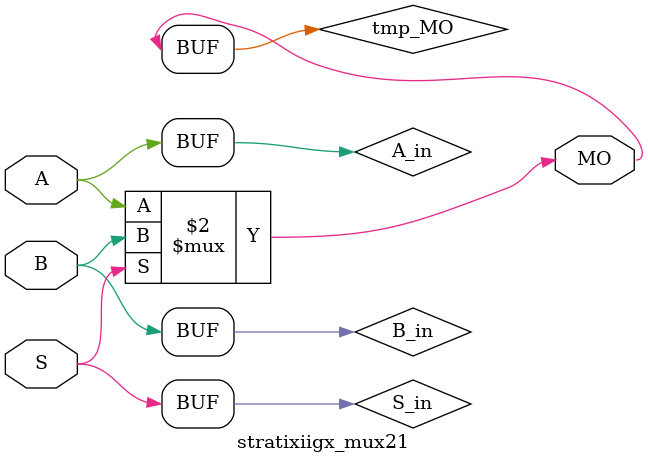
<source format=v>
module stratixiigx_mux21 (MO, A, B, S);
   input A, B, S;
   output MO;
   wire A_in;
   wire B_in;
   wire S_in;
   buf(A_in, A);
   buf(B_in, B);
   buf(S_in, S);
   wire   tmp_MO;
   specify
      (A => MO) = (0, 0);
      (B => MO) = (0, 0);
      (S => MO) = (0, 0);
   endspecify
   assign tmp_MO = (S_in == 1) ? B_in : A_in;
   buf (MO, tmp_MO);
endmodule
</source>
